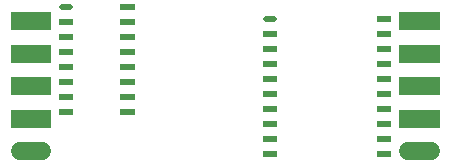
<source format=gbr>
G04 Title: (unknown), solder paste, component side *
G04 Creator: pcb-bin 1.99p *
G04 CreationDate: Tue Aug 24 15:19:08 2004 UTC *
G04 For: marek *
G04 Format: Gerber/RS-274X *
G04 PCB-Dimensions: 145000 59000 *
G04 PCB-Coordinate-Origin: lower left *
%MOIN*%
%FSLAX24Y24*%
%IPPOS*%
%ADD11C,0.0150*%
%ADD12C,0.0600*%
%ADD13C,0.0800*%
%ADD14R,0.0600X0.0600*%
%ADD15R,0.0800X0.0800*%
%ADD16C,0.0080*%
%ADD17C,0.0660*%
%ADD18C,0.0100*%
%ADD19C,0.0200*%
%ADD20C,0.0500*%
%ADD21C,0.0260*%
%ADD22R,0.0200X0.0200*%
%ADD23R,0.0500X0.0500*%
%ADD24R,0.0260X0.0260*%
%ADD25R,0.0360X0.0360*%
%ADD26R,0.0560X0.0560*%
%ADD27R,0.0420X0.0420*%
%ADD28R,0.0480X0.0480*%
%ADD29R,0.0680X0.0680*%
%ADD30R,0.0540X0.0540*%
%ADD31C,0.0400*%
%LNGROUP_1*%
%LPD*%
G01X0Y0D02*
G54D12*X13350Y790D02*X14100D01*
G54D14*X13350Y2950D02*X14100D01*
X13350Y5110D02*X14100D01*
X13350Y1870D02*X14100D01*
X13350Y4030D02*X14100D01*
G54D12*X400Y790D02*X1150D01*
G54D14*X400Y2950D02*X1150D01*
X400Y5110D02*X1150D01*
X400Y1870D02*X1150D01*
X400Y4030D02*X1150D01*
G54D19*X8610Y5200D02*X8890D01*
G54D22*X8610Y4700D02*X8890D01*
X8610Y4200D02*X8890D01*
X8610Y3700D02*X8890D01*
X8610Y3200D02*X8890D01*
X8610Y2700D02*X8890D01*
X8610Y2200D02*X8890D01*
X8610Y1700D02*X8890D01*
X8610Y1200D02*X8890D01*
X8610Y700D02*X8890D01*
X12400D02*X12680D01*
X12400Y1200D02*X12680D01*
X12400Y1700D02*X12680D01*
X12400Y2200D02*X12680D01*
X12400Y2700D02*X12680D01*
X12400Y3200D02*X12680D01*
X12400Y3700D02*X12680D01*
X12400Y4200D02*X12680D01*
X12400Y4700D02*X12680D01*
X12400Y5200D02*X12680D01*
G54D19*X1810Y5600D02*X2090D01*
G54D22*X1810Y5100D02*X2090D01*
X1810Y4600D02*X2090D01*
X1810Y4100D02*X2090D01*
X1810Y3600D02*X2090D01*
X1810Y3100D02*X2090D01*
X1810Y2600D02*X2090D01*
X1810Y2100D02*X2090D01*
X3850D02*X4130D01*
X3850Y2600D02*X4130D01*
X3850Y3100D02*X4130D01*
X3850Y3600D02*X4130D01*
X3850Y4100D02*X4130D01*
X3850Y4600D02*X4130D01*
X3850Y5100D02*X4130D01*
X3850Y5600D02*X4130D01*
M02*

</source>
